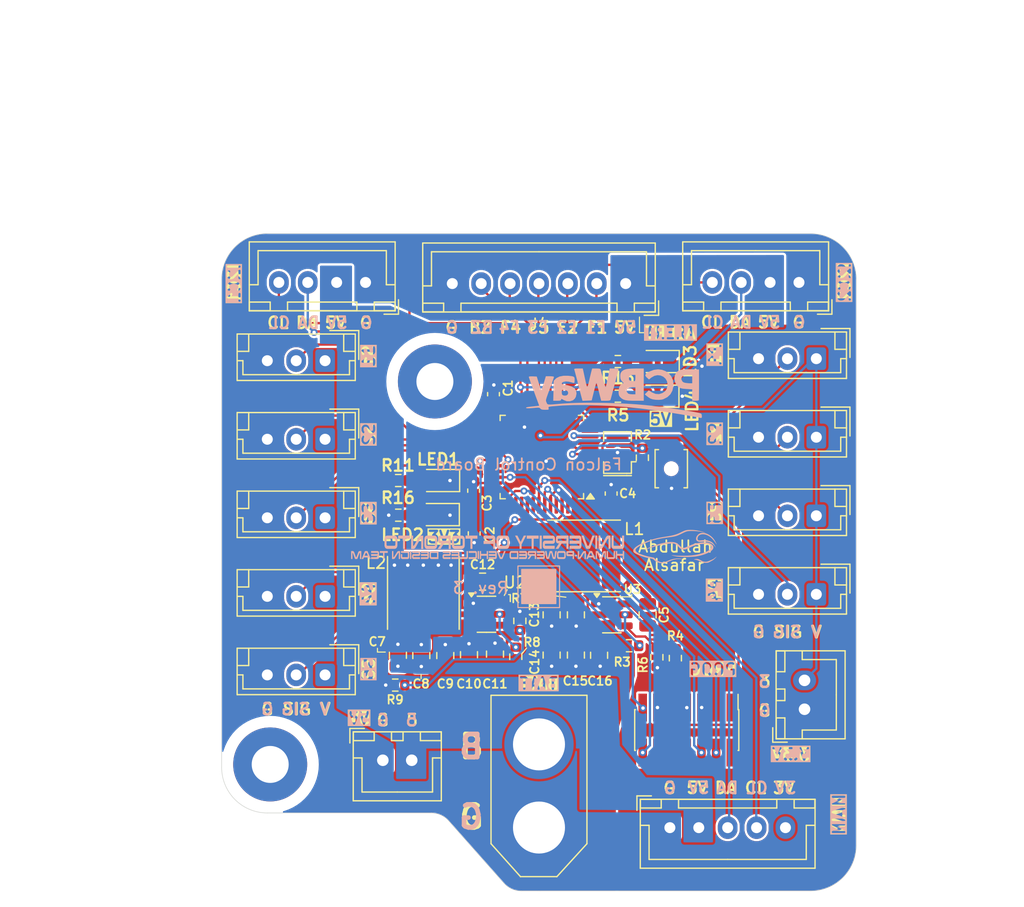
<source format=kicad_pcb>
(kicad_pcb (version 20241229) (generator "pcbnew") (generator_version "9.0")
  (title_block (title "Falcon Control MAIN") (date "2024-02-15") (rev "3") (company "Human Powered Vehicles Design Team @ UOFT") (comment 1 "Supervised by Savo Bajic") (comment 2 "Designed by Abdullah Alsafar"))
  (layers (0 "F.Cu" signal) (2 "B.Cu" signal) (13 "F.Paste" user) (15 "B.Paste" user) (5 "F.SilkS" user "F.Silkscreen") (7 "B.SilkS" user "B.Silkscreen") (1 "F.Mask" user) (3 "B.Mask" user) (25 "Edge.Cuts" user))
  (net 0 "")
  (net 1 "GND")
  (net 2 "+5V")
  (net 3 "+3.3V")
  (net 4 "Net-(U3-SW)")
  (net 5 "BUZ")
  (net 6 "Net-(U3-VBST)")
  (net 7 "SDA_{TOCTRL}")
  (net 8 "LED_{FIELD1}")
  (net 9 "SCL_{TOCTRL}")
  (net 11 "Net-(U3-VFB)")
  (net 12 "Net-(U3-EN)")
  (net 13 "LED_{FIELD2}")
  (net 14 "SER5")
  (net 15 "LED_{FIELD3}")
  (net 16 "Net-(LED2-A)")
  (net 17 "POT1")
  (net 18 "POT2")
  (net 19 "POT3")
  (net 20 "POT4")
  (net 21 "SER1")
  (net 22 "SER2")
  (net 23 "SER3")
  (net 24 "SER4")
  (net 25 "LED_{FIELD4}")
  (net 26 "+BATT")
  (net 27 "Net-(U2-SW)")
  (net 28 "Net-(U2-VBST)")
  (net 29 "Net-(U2-VFB)")
  (net 30 "Net-(U2-EN)")
  (net 35 "Net-(U1-PD0)")
  (net 36 "Net-(U1-PD1)")
  (net 37 "Net-(LED1-A)")
  (net 38 "Net-(LED3-A)")
  (net 39 "Net-(LED4-A)")
  (net 40 "RX1")
  (net 43 "TX1")
  (net 46 "SCL_{TOMAIN}")
  (net 47 "SDA_{TOMAIN}")
  (net 49 "LED1")
  (net 50 "/SWDIO")
  (net 51 "/SWCLK")
  (net 52 "LED3")
  (net 56 "/~{RST}")
  (footprint "Connector_JST:JST_EH_B3B-EH-A_1x03_P2.50mm_Vertical" (layer "F.Cu") (at 122.1 78.9 180)
    (property "Reference" "S3")
    (property "Value" "Conn_01x03_Pin")
  )
  (footprint "Connector_JST:JST_EH_B3B-EH-A_1x03_P2.50mm_Vertical" (layer "F.Cu") (at 122.1 72.1 180)
    (property "Reference" "S2")
    (property "Value" "Conn_01x03_Pin")
  )
  (footprint "Package_TO_SOT_SMD:TSOT-23-6" (layer "F.Cu") (at 146.9125 87.3)
    (property "Reference" "U3")
    (property "Value" "~")
  )
  (footprint "Capacitor_SMD:C_0603_1608Metric" (layer "F.Cu") (at 135 80.25 90)
    (property "Reference" "C2")
    (property "Value" "100n")
  )
  (footprint "Connector_JST:JST_EH_B3B-EH-A_1x03_P2.50mm_Vertical" (layer "F.Cu") (at 122.1 65.3 180)
    (property "Reference" "S1")
    (property "Value" "Conn_01x03_Pin")
  )
  (footprint "Capacitor_SMD:C_0603_1608Metric" (layer "F.Cu") (at 134.95 76.55 -90)
    (property "Reference" "C3")
    (property "Value" "100n")
  )
  (footprint "Connector_JST:JST_XH_B7B-XH-A_1x07_P2.50mm_Vertical" (layer "F.Cu") (at 148.105 58.623268 180)
    (property "Reference" "J4")
    (property "Value" "Conn_01x07_Pin")
  )
  (footprint "Connector_JST:JST_EH_B3B-EH-A_1x03_P2.50mm_Vertical" (layer "F.Cu") (at 164.6 78.725 180)
    (property "Reference" "P3")
    (property "Value" "Conn_01x03_Pin")
  )
  (footprint "Resistor_SMD:R_0603_1608Metric" (layer "F.Cu") (at 128.435 78.673268 180)
    (property "Reference" "R16")
    (property "Value" "420")
  )
  (footprint "Capacitor_SMD:C_0805_2012Metric" (layer "F.Cu") (at 136.8 90.7 90)
    (property "Reference" "C11")
    (property "Value" "22uF")
  )
  (footprint "Connector_JST:JST_EH_B3B-EH-A_1x03_P2.50mm_Vertical" (layer "F.Cu") (at 122.1 92.5 180)
    (property "Reference" "S5")
    (property "Value" "Conn_01x03_Pin")
  )
  (footprint "Capacitor_SMD:C_0805_2012Metric" (layer "F.Cu") (at 141.7 90.782682 -90)
    (property "Reference" "C14")
    (property "Value" "22uF")
  )
  (footprint "Resistor_SMD:R_0603_1608Metric" (layer "F.Cu") (at 150.805 90.973268 90)
    (property "Reference" "R6")
    (property "Value" "10k")
  )
  (footprint "Connector_JST:JST_XH_B5B-XH-A_1x05_P2.50mm_Vertical" (layer "F.Cu") (at 151.93 105.723268)
    (property "Reference" "ISC3" (hide yes))
    (property "Value" "MAIN")
  )
  (footprint "Inductor_SMD:L_Taiyo-Yuden_NR-60xx" (layer "F.Cu") (at 130.6 85.4 -90)
    (property "Reference" "L2")
    (property "Value" "3.3uH")
  )
  (footprint "Package_QFP:LQFP-48_7x7mm_P0.5mm" (layer "F.Cu") (at 140.8525 73.64 180)
    (property "Reference" "U1" (hide yes))
    (property "Value" "STM32F103C8Tx")
  )
  (footprint "LED_SMD:LED_0805_2012Metric_Pad1.15x1.40mm_HandSolder" (layer "F.Cu") (at 150.855 68.373268 180)
    (property "Reference" "LED4")
    (property "Value" "LED1")
  )
  (footprint "Inductor_SMD:L_Taiyo-Yuden_NR-60xx" (layer "F.Cu") (at 144.5 82.2)
    (property "Reference" "L1")
    (property "Value" "3.3uH")
  )
  (footprint "Resistor_SMD:R_0603_1608Metric" (layer "F.Cu") (at 128.170323 93.381145)
    (property "Reference" "R9")
    (property "Value" "54.9k")
  )
  (footprint "Connector_JST:JST_XH_B2B-XH-A_1x02_P2.50mm_Vertical" (layer "F.Cu") (at 163.58 95.473268 90)
    (property "Reference" "J1" (hide yes))
    (property "Value" "Conn_01x02_Pin")
  )
  (footprint "Connector_JST:JST_EH_B3B-EH-A_1x03_P2.50mm_Vertical" (layer "F.Cu") (at 122.1 85.7 180)
    (property "Reference" "S4")
    (property "Value" "Conn_01x03_Pin")
  )
  (footprint "Connector_AMASS:AMASS_XT60-M_1x02_P7.20mm_Vertical" (layer "F.Cu") (at 140.605 105.713268 90)
    (property "Reference" "Battery1" (hide yes))
    (property "Value" "Conn_01x02_Socket")
  )
  (footprint "Resistor_SMD:R_0603_1608Metric" (layer "F.Cu") (at 147.43 68.373268 180)
    (property "Reference" "R5")
    (property "Value" "420")
  )
  (footprint "LED_SMD:LED_0805_2012Metric_Pad1.15x1.40mm_HandSolder" (layer "F.Cu") (at 131.88 75.673268 180)
    (property "Reference" "LED1")
    (property "Value" "LED1")
  )
  (footprint "Connector_JST:JST_EH_B3B-EH-A_1x03_P2.50mm_Vertical" (layer "F.Cu") (at 164.6 71.925 180)
    (property "Reference" "P2")
    (property "Value" "Conn_01x03_Pin")
  )
  (footprint "Resistor_SMD:R_0603_1608Metric" (layer "F.Cu") (at 138.95 87.825 -90)
    (property "Reference" "R7")
    (property "Value" "10k")
  )
  (footprint "Connector_JST:JST_EH_B3B-EH-A_1x03_P2.50mm_Vertical" (layer "F.Cu") (at 164.6 85.525 180)
    (property "Reference" "P4")
    (property "Value" "Conn_01x03_Pin")
  )
  (footprint "Capacitor_SMD:C_0805_2012Metric" (layer "F.Cu") (at 143.8 90.782682 -90)
    (property "Reference" "C15")
    (property "Value" "22uF")
  )
  (footprint "Connector_JST:JST_XH_B4B-XH-A_1x04_P2.50mm_Vertical" (layer "F.Cu") (at 125.6 58.525 180)
    (property "Reference" "I2C1")
    (property "Value" "FS2")
  )
  (footprint "Connector_JST:JST_XH_B2B-XH-A_1x02_P2.50mm_Vertical" (layer "F.Cu") (at 127.095 99.888268)
    (property "Reference" "J3" (hide yes))
    (property "Value" "Conn_01x02_Pin")
  )
  (footprint "Capacitor_SMD:C_0603_1608Metric" (layer "F.Cu") (at 136.67 68.198217 -90)
    (property "Reference" "C1")
    (property "Value" "100n")
  )
  (footprint "Resistor_SMD:R_0603_1608Metric" (layer "F.Cu") (at 128.43 75.673268 180)
    (property "Reference" "R11")
    (property "Value" "420")
  )
  (footprint "MountingHole:MountingHole_3.2mm_M3_Pad" (layer "F.Cu") (at 117.35 100.25)
    (property "Reference" "REF**" (hide yes))
    (property "Value" "MountingHole_3.2mm_M3_Pad")
  )
  (footprint "Resistor_SMD:R_0603_1608Metric" (layer "F.Cu") (at 138.6 90.925 -90)
    (property "Reference" "R8")
    (property "Value" "10k")
  )
  (footprint "Capacitor_SMD:C_0805_2012Metric" (layer "F.Cu") (at 145.805 90.8 -90)
    (property "Reference" "C16")
    (property "Value" "22uF")
  )
  (footprint "Connector_JST:JST_XH_B4B-XH-A_1x04_P2.50mm_Vertical" (layer "F.Cu") (at 163.1 58.525 180)
    (property "Reference" "I2C2")
    (property "Value" "FS1")
  )
  (footprint "Resistor_SMD:R_0603_1608Metric" (layer "F.Cu") (at 152.405 91.05 90)
    (property "Reference" "R4")
    (property "Value" "33.2k	")
  )
  (footprint "Capacitor_SMD:C_0805_2012Metric" (layer "F.Cu") (at 141.7 87.3 90)
    (property "Reference" "C13")
    (property "Value" "22uF")
  )
  (footprint "Capacitor_SMD:C_0805_2012Metric" (layer "F.Cu") (at 132.5 90.825 90)
    (property "Reference" "C9")
    (property "Value" "22uF")
  )
  (footprint "Capacitor_SMD:C_0805_2012Metric" (layer "F.Cu") (at 143.8 87.3 90)
    (property "Reference" "C6")
    (property "Value" "22uF")
  )
  (footprint "Capacitor_SMD:C_0805_2012Metric" (layer "F.Cu") (at 135.725 84.425)
    (property "Reference" "C12")
    (property "Value" "0.1uF")
  )
  (footprint "Connector_JST:JST_EH_B3B-EH-A_1x03_P2.50mm_Vertical" (layer "F.Cu") (at 164.6 65.125 180)
    (property "Reference" "P1")
    (property "Value" "Conn_01x03_Pin")
  )
  (footprint "Resistor_SMD:R_0603_1608Metric" (layer "F.Cu") (at 149.55 73.7 90)
    (property "Reference" "R2")
    (property "Value" "10k")
  )
  (footprint "Button_Switch_SMD:SW_SPST_B3U-1000P-B" (layer "F.Cu") (at 152.05 74.65 90)
    (property "Reference" "SW2" (hide yes))
    (property "Value" "SW_Push")
  )
  (footprint "Capacitor_SMD:C_0603_1608Metric" (layer "F.Cu") (at 146.85 76.8 90)
    (property "Reference" "C4")
    (property "Value" "100n")
  )
  (footprint "LED_SMD:LED_0805_2012Metric_Pad1.15x1.40mm_HandSolder" (layer "F.Cu") (at 150.88 65.373268 180)
    (property "Reference" "LED3")
    (property "Value" "LED1")
  )
  (footprint "Capacitor_SMD:C_0805_2012Metric" (layer "F.Cu") (at 134.55 90.75 90)
    (property "Reference" "C10")
    (property "Value" "22uF")
  )
  (footprint "Resistor_SMD:R_0603_1608Metric" (layer "F.Cu") (at 148.405 89.973268 180)
    (property "Reference" "R3")
    (property "Value" "10k")
  )
  (footprint "Capacitor_SMD:C_0805_2012Metric" (layer "F.Cu") (at 150.005 87.3 -90)
    (property "Reference" "C5")
    (property "Value" "0.1uF")
  )
  (footprint "Resistor_SMD:R_0603_1608Metric" (layer "F.Cu") (at 147.43 65.373268 180)
    (property "Reference" "R15")
    (property "Value" "420")
  )
  (footprint "Capacitor_SMD:C_0805_2012Metric" (layer "F.Cu") (at 130.425 90.825 90)
    (property "Reference" "C8")
    (property "Value" "22uF")
  )
  (footprint "MountingHole:MountingHole_3.2mm_M3_Pad" (layer "F.Cu") (at 131.6 67.1)
    (property "Reference" "REF**" (hide yes))
    (property "Value" "MountingHole_3.2mm_M3_Pad")
  )
  (footprint "LED_SMD:LED_0805_2012Metric_Pad1.15x1.40mm_HandSolder" (layer "F.Cu") (at 131.855 78.623268 180)
    (property "Reference" "LED2")
    (property "Value" "LED1")
  )
  (footprint "Connector_PinHeader_1.27mm:PinHeader_2x07_P1.27mm_Vertical_SMD" (layer "F.Cu") (at 153.39 97.273268 -90)
    (property "Reference" "J5" (hide yes))
    (property "Value" "Conn_ST_STDC14")
  )
  (footprint "Crystal:Resonator_SMD_Murata_CSTxExxV-3Pin_3.0x1.1mm" (layer "F.Cu") (at 147.4 73.25 90)
    (property "Reference" "Y1" (hide yes))
    (property "Value" "8Mhz")
  )
  (footprint "Capacitor_SMD:C_0805_2012Metric" (layer "F.Cu") (at 128.4 90.8 90)
    (property "Reference" "C7")
    (property "Value" "22uF")
  )
  (footprint "Package_TO_SOT_SMD:TSOT-23-6" (layer "F.Cu") (at 136.0625 87.25)
    (property "Reference" "U2")
    (property "Value" "~")
  )
  (footprint "Symbol:HPVDT-Logo_1526.1x139.6mm_SilkScreen" (layer "B.Cu") (at 140.215 81.403268 180)
    (property "Reference" "G***" (hide yes))
    (property "Value" "LOGO" (hide yes))
  )
  (footprint "Symbol:PCBWAY-Logo_23.7x23.7mm_SilkScreen" (layer "B.Cu") (at 147.105 68.173268 180)
    (property "Reference" "G***" (hide yes))
    (property "Value" "LOGO" (hide yes))
  )
  (gr_line (start 130.405 92.448268) (end 130.405 92.823268) (stroke (width 0.1)) (layer "F.SilkS"))
  (gr_line (start 126.63 90.523268) (end 127.305 90.523268) (stroke (width 0.1)) (layer "F.SilkS"))
  (gr_line (start 147.7125 85.74) (end 148.625153 85.74) (stroke (width 0.1)) (layer "F.SilkS"))
  (gr_line (start 149.3 62.875) (end 149.3 61.525) (stroke (width 0.1)) (layer "F.SilkS"))
  (gr_line (start 126.63 90.198268) (end 126.63 90.523268) (stroke (width 0.1)) (layer "F.SilkS"))
  (gr_line (start 137.975 85.55) (end 138.125 85.55) (stroke (width 0.1)) (layer "F.SilkS"))
  (gr_line (start 148.625153 85.74) (end 148.625 85.533268) (stroke (width 0.1)) (layer "F.SilkS"))
  (gr_line (start 137.855 85.123268) (end 137.605 85.623268) (stroke (width 0.1)) (layer "F.SilkS"))
  (gr_line (start 140.48 85.473268) (end 142.93 85.773268) (stroke (width 0.1)) (layer "F.SilkS"))
  (gr_line (start 139.1225 90.687742) (end 139.53 90.173268) (stroke (width 0.1)) (layer "F.SilkS"))
  (gr_line (start 138.125 86.15) (end 138.125 85.55) (stroke (width 0.1)) (layer "F.SilkS"))
  (gr_line (start 149.875 62.875) (end 149.3 62.875) (stroke (width 0.1)) (layer "F.SilkS"))
  (gr_line (start 138.125 85.55) (end 138.125 86.15) (stroke (width 0.1)) (layer "F.SilkS"))
  (gr_rect (start 139.11 83.373268) (end 142.06 86.323268) (stroke (width 0.1)) (fill yes) (layer "B.SilkS"))
  (gr_rect (start 138.785 83.073268) (end 142.385 86.673268) (stroke (width 0.1)) (fill no) (layer "B.SilkS"))
  (gr_line (start 132.788568 105.12357) (end 137.578313 110.528728) (stroke (width 0.05)) (layer "Edge.Cuts"))
  (gr_line (start 164.105 111.2) (end 140.605 111.2) (stroke (width 0.05)) (layer "Edge.Cuts"))
  (gr_line (start 113.15 58.243072) (end 113.15 100.5) (stroke (width 0.05)) (layer "Edge.Cuts"))
  (gr_arc (start 139.073132 111.2) (mid 138.25382 111.02448) (end 137.578313 110.528728) (stroke (width 0.05)) (layer "Edge.Cuts"))
  (gr_line (start 168.055 107.25) (end 168.055 58.25) (stroke (width 0.05)) (layer "Edge.Cuts"))
  (gr_arc (start 117.1 104.45) (mid 114.306928 103.293072) (end 113.15 100.5) (stroke (width 0.05)) (layer "Edge.Cuts"))
  (gr_arc (start 164.11 54.3) (mid 166.903072 55.456928) (end 168.06 58.25) (stroke (width 0.05)) (layer "Edge.Cuts"))
  (gr_arc (start 168.055 107.25) (mid 166.898072 110.043072) (end 164.105 111.2) (stroke (width 0.05)) (layer "Edge.Cuts"))
  (gr_arc (start 131.291711 104.45) (mid 132.112424 104.62615) (end 132.788568 105.12357) (stroke (width 0.05)) (layer "Edge.Cuts"))
  (gr_arc (start 113.15 58.243072) (mid 114.306928 55.45) (end 117.1 54.293072) (stroke (width 0.05)) (layer "Edge.Cuts"))
  (gr_line (start 139.073132 111.2) (end 140.605 111.2) (stroke (width 0.05)) (layer "Edge.Cuts"))
  (gr_line (start 117.1 104.45) (end 131.291711 104.45) (stroke (width 0.05)) (layer "Edge.Cuts"))
  (gr_line (start 164.11 54.3) (end 117.1 54.3) (stroke (width 0.05)) (layer "Edge.Cuts"))
  (gr_text "5" (at 129.025 97.003268 0) (layer "F.SilkS") (effects (font (size 1 1) (thickness 0.2) (bold yes)) (justify left bottom)))
  (gr_text "3V3" (at 132.405 80.573268 0) (layer "F.SilkS" knockout) (effects (font (size 1 1) (thickness 0.2) (bold yes))))
  (gr_text "G" (at 116.47 96.051634 0) (layer "F.SilkS") (effects (font (size 1 1) (thickness 0.2) (bold yes)) (justify left bottom)))
  (gr_text "MAIN" (at 167.155 106.473268 90) (layer "F.SilkS" knockout) (effects (font (size 1 1) (thickness 0.2) (bold yes)) (justify left bottom)))
  (gr_text "CL" (at 158.305 102.870768 0) (layer "F.SilkS") (effects (font (size 1 1) (thickness 0.2) (bold yes)) (justify left bottom)))
  (gr_text "3" (at 159.555 93.663268 0) (layer "F.SilkS") (effects (font (size 1 1) (thickness 0.2) (bold yes)) (justify left bottom)))
  (gr_text "PROG" (at 153.465 92.613268 0) (layer "F.SilkS" knockout) (effects (font (size 1 1) (thickness 0.2) (bold yes)) (justify left bottom)))
  (gr_text "DA" (at 155.705 102.868268 0) (layer "F.SilkS") (effects (font (size 1 1) (thickness 0.2) (bold yes)) (justify left bottom)))
  (gr_text "5V" (at 146.965476 63.013268 0) (layer "F.SilkS") (effects (font (size 1 1) (thickness 0.2) (bold yes)) (justify left bottom)))
  (gr_text "V" (at 121.575 96.05 0) (layer "F.SilkS") (effects (font (size 1 1) (thickness 0.2) (bold yes)) (justify left bottom)))
  (gr_text "Alsafar" (at 149.595 83.573268 0) (layer "F.SilkS") (effects (font (size 1 1)) (justify left bottom)))
  (gr_text "V" (at 164.075 89.373268 0) (layer "F.SilkS") (effects (font (size 1 1) (thickness 0.2) (bold yes)) (justify left bottom)))
  (gr_text "CL" (at 116.978268 62.603268 0) (layer "F.SilkS") (effects (font (size 1 1) (thickness 0.2) (bold yes)) (justify left bottom)))
  (gr_text "CL" (at 154.501191 62.563268 0) (layer "F.SilkS") (effects (font (size 1 1) (thickness 0.2) (bold yes)) (justify left bottom)))
  (gr_text "5V" (at 153.255 102.858268 0) (layer "F.SilkS") (effects (font (size 1 1) (thickness 0.2) (bold yes)) (justify left bottom)))
  (gr_text "G" (at 158.97 89.366536 0) (layer "F.SilkS") (effects (font (size 1 1) (thickness 0.2) (bold yes)) (justify left bottom)))
  (gr_text "F3" (at 139.565 63.013268 0) (layer "F.SilkS") (effects (font (size 1 1) (thickness 0.2) (bold yes)) (justify left bottom)))
  (gr_text "F4" (at 137.115 63.013268 0) (layer "F.SilkS") (effects (font (size 1 1) (thickness 0.2) (bold yes)) (justify left bottom)))
  (gr_text "SIG" (at 118.32 96.051634 0) (layer "F.SilkS") (effects (font (size 1 1) (thickness 0.2) (bold yes)) (justify left bottom)))
  (gr_text "5V" (at 159.415 62.563268 0) (layer "F.SilkS") (effects (font (size 1 1) (thickness 0.2) (bold yes)) (justify left bottom)))
  (gr_text "G" (at 151.255 102.873268 0) (layer "F.SilkS") (effects (font (size 1 1) (thickness 0.2) (bold yes)) (justify left bottom)))
  (gr_text "G" (at 159.4925 96.173268 0) (layer "F.SilkS") (effects (font (size 1 1) (thickness 0.2) (bold yes)) (justify left bottom)))
  (gr_text "5V" (at 121.962618 62.603268 0) (layer "F.SilkS") (effects (font (size 1 1) (thickness 0.2) (bold yes)) (justify left bottom)))
  (gr_text "F2" (at 142.065 63.013268 0) (layer "F.SilkS") (effects (font (size 1 1) (thickness 0.2) (bold yes)) (justify left bottom)))
  (gr_text "DA" (at 119.465 62.603268 0) (layer "F.SilkS") (effects (font (size 1 1) (thickness 0.2) (bold yes)) (justify left bottom)))
  (gr_text "G" (at 126.46 97.003268 0) (layer "F.SilkS") (effects (font (size 1 1) (thickness 0.2) (bold yes)) (justify left bottom)))
  (gr_text "3.3V" (at 160.605 99.973268 0) (layer "F.SilkS" knockout) (effects (font (size 1 1) (thickness 0.2) (bold yes)) (justify left bottom)))
  (gr_text "BZ" (at 134.432619 63.013268 0) (layer "F.SilkS") (effects (font (size 1 1) (thickness 0.2) (bold yes)) (justify left bottom)))
  (gr_text "ALERT" (at 151.975 62.903268 -0) (layer "F.SilkS" knockout) (effects (font (size 1 1) (thickness 0.2) (bold yes))))
  (gr_text "5V" (at 151.105 70.373268 0) (layer "F.SilkS" knockout) (effects (font (size 1 1) (thickness 0.2) (bold yes))))
  (gr_text "G" (at 162.431191 62.563268 0) (layer "F.SilkS") (effects (font (size 1 1) (thickness 0.2) (bold yes)) (justify left bottom)))
  (gr_text "G" (at 124.978809 62.603268 0) (layer "F.SilkS") (effects (font (size 1 1) (thickness 0.2) (bold yes)) (justify left bottom)))
  (gr_text "G" (at 132.395 63.013268 0) (layer "F.SilkS") (effects (font (size 1 1) (thickness 0.2) (bold yes)) (justify left bottom)))
  (gr_text "DA" (at 156.917382 62.563268 0) (layer "F.SilkS") (effects (font (size 1 1) (thickness 0.2) (bold yes)) (justify left bottom)))
  (gr_text "3V" (at 160.745 102.873268 0) (layer "F.SilkS") (effects (font (size 1 1) (thickness 0.2) (bold yes)) (justify left bottom)))
  (gr_text "Abdullah" (at 149.095 81.973268 0) (layer "F.SilkS") (effects (font (size 1 1)) (justify left bottom)))
  (gr_text "5V" (at 123.955 96.843268 0) (layer "F.SilkS" knockout) (effects (font (size 1 1) (thickness 0.2) (bold yes)) (justify left bottom)))
  (gr_text "G" (at 133.505 105.973268 0) (layer "F.SilkS") (effects (font (size 2 2) (thickness 0.4) (bold yes)) (justify left bottom)))
  (gr_text "B" (at 133.505 99.873268 0) (layer "F.SilkS") (effects (font (size 2 2) (thickness 0.4) (bold yes)) (justify left bottom)))
  (gr_text "BATT" (at 138.675 93.833268 0) (layer "F.SilkS" knockout) (effects (font (size 1 1) (thickness 0.2) (bold yes)) (justify left bottom)))
  (gr_text "SIG" (at 160.82 89.371536 0) (layer "F.SilkS") (effects (font (size 1 1) (thickness 0.2) (bold yes)) (justify left bottom)))
  (gr_text "F1" (at 144.585 63.013268 0) (layer "F.SilkS") (effects (font (size 1 1) (thickness 0.2) (bold yes)) (justify left bottom)))
  (gr_text "G" (at 160.245 89.366536 0) (layer "B.SilkS") (effects (font (size 1 1) (thickness 0.2) (bold yes)) (justify left bottom mirror)))
  (gr_text "ALERT" (at 151.975 62.903268 0) (layer "B.SilkS" knockout) (effects (font (size 1 1) (thickness 0.2) (bold yes)) (justify mirror)))
  (gr_text "Rev. ${REVISION}" (at 133.055 84.973268 -0) (layer "B.SilkS") (effects (font (size 1 1)) (justify right mirror)))
  (gr_text "Falcon" (at 145.305 74.873268 0) (layer "B.SilkS") (effects (font (size 1 1)) (justify bottom mirror)))
  (gr_text "G" (at 117.745 96.051634 0) (layer "B.SilkS") (effects (font (size 1 1) (thickness 0.2) (bold yes)) (justify left bottom mirror)))
  (gr_text "SIG" (at 163.395 89.371536 0) (layer "B.SilkS") (effects (font (size 1 1) (thickness 0.2) (bold yes)) (justify left bottom mirror)))
  (gr_text "F1" (at 146.545 63.013268 0) (layer "B.SilkS") (effects (font (size 1 1) (thickness 0.2) (bold yes)) (justify left bottom mirror)))
  (gr_text "3V" (at 162.954524 102.873268 0) (layer "B.SilkS") (effects (font (size 1 1) (thickness 0.2) (bold yes)) (justify left bottom mirror)))
  (gr_text "DA" (at 121.722143 62.603268 0) (layer "B.SilkS") (effects (font (size 1 1) (thickness 0.2) (bold yes)) (justify left bottom mirror)))
  (gr_text "V" (at 165.13 89.376536 0) (layer "B.SilkS") (effects (font (size 1 1) (thickness 0.2) (bold yes)) (justify left bottom mirror)))
  (gr_text "S5" (at 125.895 92 90) (layer "B.SilkS" knockout) (effects (font (size 1 1) (thickness 0.2) (bold yes)) (justify mirror)))
  (gr_text "DA" (at 159.174525 62.563268 0) (layer "B.SilkS") (effects (font (size 1 1) (thickness 0.2) (bold yes)) (justify left bottom mirror)))
  (gr_text "PROG" (at 157.825 92.613268 0) (layer "B.SilkS" knockout) (effects (font (size 1 1) (thickness 0.2) (bold yes)) (justify left bottom mirror)))
  (gr_text "3.3V" (at 164.15 99.971536 0) (layer "B.SilkS" knockout) (effects (font (size 1 1) (thickness 0.2) (bold yes)) (justify left bottom mirror)))
  (gr_text "F2" (at 144.025 63.013268 0) (layer "B.SilkS") (effects (font (size 1 1) (thickness 0.2) (bold yes)) (justify left bottom mirror)))
  (gr_text "BZ" (at 136.785 63.013268 0) (layer "B.SilkS") (effects (font (size 1 1) (thickness 0.2) (bold yes)) (justify left bottom mirror)))
  (gr_text "5V" (at 124.172142 62.603268 0) (layer "B.SilkS") (effects (font (size 1 1) (thickness 0.2) (bold yes)) (justify left bottom mirror)))
  (gr_text "CL" (at 119.195 62.603268 0) (layer "B.SilkS") (effects (font (size 1 1) (thickness 0.2) (bold yes)) (justify left bottom mirror)))
  (gr_text "B" (at 136.005 99.873268 0) (layer "B.SilkS") (effects (font (size 2 2) (thickness 0.4) (bold yes)) (justify left bottom mirror)))
  (gr_text "SIG" (at 120.895 96.051634 0) (layer "B.SilkS") (effects (font (size 1 1) (thickness 0.2) (bold yes)) (justify left bottom mirror)))
  (gr_text "DA" (at 157.962143 102.868268 0) (layer "B.SilkS") (effects (font (size 1 1) (thickness 0.2) (bold yes)) (justify left bottom mirror)))
  (gr_text "G" (at 152.591732 102.873268 0) (layer "B.SilkS") (effects (font (size 1 1) (thickness 0.2) (bold yes)) (justify left bottom mirror)))
  (gr_text "G" (at 163.767923 62.563268 0) (layer "B.SilkS") (effects (font (size 1 1) (thickness 0.2) (bold yes)) (justify left bottom mirror)))
  (gr_text "I2C1" (at 114.245 58.603268 90) (layer "B.SilkS" knockout) (effects (font (size 1 1) (thickness 0.2) (bold yes)) (justify mirror)))
  (gr_text "G" (at 126.315541 62.603268 0) (layer "B.SilkS") (effects (font (size 1 1) (thickness 0.2) (bold yes)) (justify left bottom mirror)))
  (gr_text "G" (at 133.731732 63.013268 0) (layer "B.SilkS") (effects (font (size 1 1) (thickness 0.2) (bold yes)) (justify left bottom mirror)))
  (gr_text "5V" (at 155.464524 102.858268 0) (layer "B.SilkS") (effects (font (size 1 1) (thickness 0.2) (bold yes)) (justify left bottom mirror)))
  (gr_text "G" (at 127.735 97.003268 0) (layer "B.SilkS") (effects (font (size 1 1) (thickness 0.2) (bold yes)) (justify left bottom mirror)))
  (gr_text "I2C2" (at 167.045 58.503268 90) (layer "B.SilkS" knockout) (effects (font (size 1 1) (thickness 0.2) (bold yes)) (justify mirror)))
  (gr_text "BATT" (at 142.465 93.833268 -0) (layer "B.SilkS" knockout) (effects (font (size 1 1) (thickness 0.2) (bold yes)) (justify left bottom mirror)))
  (gr_text "3" (at 160.705 93.663268 0) (layer "B.SilkS") (effects (font (size 1 1) (thickness 0.2) (bold yes)) (justify left bottom mirror)))
  (gr_text "5V" (at 161.624524 62.563268 0) (layer "B.SilkS") (effects (font (size 1 1) (thickness 0.2) (bold yes)) (justify left bottom mirror)))
  (gr_text "MAIN" (at 167.155 102.674459 90) (layer "B.SilkS" knockout) (effects (font (size 1 1) (thickness 0.2) (bold yes)) (justify left bottom mirror)))
  (gr_text "P2" (at 155.85 71.603268 90) (layer "B.SilkS" knockout) (effects (font (size 1 1) (thickness 0.2) (bold yes)) (justify mirror)))
  (gr_text "S4" (at 125.895 85.463268 90) (layer "B.SilkS" knockout) (effects (font (size 1 1) (thickness 0.2) (bold yes)) (justify mirror)))
  (gr_text "V" (at 122.63 96.053268 0) (layer "B.SilkS") (effects (font (size 1 1) (thickness 0.2) (bold yes)) (justify left bottom mirror)))
  (gr_text "5" (at 130.175 97.003268 0) (layer "B.SilkS") (effects (font (size 1 1) (thickness 0.2) (bold yes)) (justify left bottom mirror)))
  (gr_text "CL" (at 160.521732 102.870768 0) (layer "B.SilkS") (effects (font (size 1 1) (thickness 0.2) (bold yes)) (justify left bottom mirror)))
  (gr_text "S2" (at 125.895 71.683268 90) (layer "B.SilkS" knockout) (effects (font (size 1 1) (thickness 0.2) (bold yes)) (justify mirror)))
  (gr_text "G" (at 160.7675 96.173268 0) (layer "B.SilkS") (effects (font (size 1 1) (thickness 0.2) (bold yes)) (justify left bottom mirror)))
  (gr_text "F3" (at 141.525 63.013268 0) (layer "B.SilkS") (effects (font (size 1 1) (thickness 0.2) (bold yes)) (justify left bottom mirror)))
  (gr_text "S1" (at 125.895 64.9 90) (layer "B.SilkS" knockout) (effects (font (size 1 1) (thickness 0.2) (bold yes)) (justify mirror)))
  (gr_text "P4" (at 155.85 85.113268 90) (layer "B.SilkS" knockout) (effects (font (size 1 1) (thickness 0.2) (bold yes)) (justify mirror)))
  (gr_text "P3" (at 155.85 78.453268 90) (layer "B.SilkS" knockout) (effects (font (size 1 1) (thickness 0.2) (bold yes)) (justify mirror)))
  (gr_text "CL" (at 156.717923 62.563268 0) (layer "B.SilkS") (effects (font (size 1 1) (thickness 0.2) (bold yes)) (justify left bottom mirror)))
  (gr_text "5V" (at 149.175 63.013268 0) (layer "B.SilkS") (effects (font (size 1 1) (thickness 0.2) (bold yes)) (justify left bottom mirror)))
  (gr_text "5V" (at 126.125 96.843268 -0) (layer "B.SilkS" knockout) (effects (font (size 1 1) (thickness 0.2) (bold yes)) (justify left bottom mirror)))
  (gr_text "S3" (at 125.895 78.5 90) (layer "B.SilkS" knockout) (effects (font (size 1 1) (thickness 0.2) (bold yes)) (justify mirror)))
  (gr_text "P1" (at 155.85 64.753268 90) (layer "B.SilkS" knockout) (effects (font (size 1 1) (thickness 0.2) (bold yes)) (justify mirror)))
  (gr_text "Control Board" (at 136.905 74.873268 0) (layer "B.SilkS") (effects (font (size 1 1)) (justify bottom mirror)))
  (gr_text "G" (at 136.005 105.973268 0) (layer "B.SilkS") (effects (font (size 2 2) (thickness 0.4) (bold yes)) (justify left bottom mirror)))
  (gr_text "F4" (at 139.075 63.013268 0) (layer "B.SilkS") (effects (font (size 1 1) (thickness 0.2) (bold yes)) (justify left bottom mirror)))
  (segment (start 152.985 68.353268) (end 153.005 68.373268) (width 0.2) (layer "F.Cu") (net 1))
  (segment (start 143.1025 77.03259) (end 143.1025 77.8025) (width 0.2) (layer "F.Cu") (net 1))
  (segment (start 141.699101 74.000899) (end 142.9 72.8) (width 0.2) (layer "F.Cu") (net 1))
  (segment (start 142.305 76.5) (end 142.13509 76.5) (width 0.2) (layer "F.Cu") (net 1))
  (segment (start 140.1 70.3) (end 140.1 69.475) (width 0.2) (layer "F.Cu") (net 1))
  (segment (start 142.305 76.5) (end 142.56991 76.5) (width 0.2) (layer "F.Cu") (net 1))
  (segment (start 138.6 70.3) (end 138.6 69.475) (width 0.2) (layer "F.Cu") (net 1))
  (segment (start 141.6025 77.03259) (end 141.6025 77.8025) (width 0.2) (layer "F.Cu") (net 1))
  (segment (start 142.56991 76.5) (end 143.1025 77.03259) (width 0.2) (layer "F.Cu") (net 1))
  (segment (start 136.69 75.89) (end 135.065 75.89) (width 0.2) (layer "F.Cu") (net 1))
  (segment (start 135 81.025) (end 135 81.05) (width 0.2) (layer "F.Cu") (net 1))
  (segment (start 151.915 68.353268) (end 152.985 68.353268) (width 0.2) (layer "F.Cu") (net 1))
  (segment (start 143.838529 72.89) (end 145.015 72.89) (width 0.2) (layer "F.Cu") (net 1))
  (segment (start 142.13509 76.5) (end 141.6025 77.03259) (width 0.2) (layer "F.Cu") (net 1))
  (segment (start 154.705 65.773268) (end 154.305 65.373268) (width 0.2) (layer "F.Cu") (net 1))
  (segment (start 143.748529 72.8) (end 143.838529 72.89) (width 0.2) (layer "F.Cu") (net 1))
  (segment (start 142.9 72.8) (end 143.748529 72.8) (width 0.2) (layer "F.Cu") (net 1))
  (segment (start 154.305 65.373268) (end 151.905 65.373268) (width 0.2) (layer "F.Cu") (net 1))
  (segment (start 141.222631 74.000899) (end 141.699101 74.000899) (width 0.2) (layer "F.Cu") (net 1))
  (segment (start 139.35 71.05) (end 138.6 70.3) (width 0.2) (layer "F.Cu") (net 1))
  (segment (start 139.35 71.05) (end 140.1 70.3) (width 0.2) (layer "F.Cu") (net 1))
  (via (at 134.55 89.8) (size 0.6) (drill 0.3) (layers "F.Cu" "B.Cu") (net 1))
  (via (at 135 81.05) (size 0.6) (drill 0.3) (layers "F.Cu" "B.Cu") (net 1))
  (via (at 132.905 78.673268) (size 0.6) (drill 0.3) (layers "F.Cu" "B.Cu") (net 1))
  (via (at 141.7 88.275) (size 0.6) (drill 0.3) (layers "F.Cu" "B.Cu") (net 1))
  (via (at 145.775 86.35) (size 0.6) (drill 0.3) (layers "F.Cu" "B.Cu") (net 1))
  (via (at 152.075 76.35) (size 0.6) (drill 0.3) (layers "F.Cu" "B.Cu") (net 1))
  (via (at 134.925 86.3) (size 0.6) (drill 0.3) (layers "F.Cu" "B.Cu") (net 1))
  (via (at 132.5 89.875) (size 0.6) (drill 0.3) (layers "F.Cu" "B.Cu") (net 1))
  (via (at 142.305 76.5) (size 0.6) (drill 0.3) (layers "F.Cu" "B.Cu") (net 1))
  (via (at 153.005 68.373268) (size 0.6) (drill 0.3) (layers "F.Cu" "B.Cu") (net 1))
  (via (at 153.395 95.333268) (size 0.6) (drill 0.3) (layers "F.Cu" "B.Cu") (net 1))
  (via (at 145.9 91.75) (size 0.6) (drill 0.3) (layers "F.Cu" "B.Cu") (net 1))
  (via (at 136.8 89.75) (size 0.6) (drill 0.3) (layers "F.Cu" "B.Cu") (net 1))
  (via (at 154.68 95.323268) (size 0.6) (drill 0.3) (layers "F.Cu" "B.Cu") (net 1))
  (via (at 134.95 75.775) (size 0.6) (drill 0.3) (layers "F.Cu" "B.Cu") (net 1))
  (via (at 141.222631 74.000899) (size 0.6) (drill 0.3) (layers "F.Cu" "B.Cu") (net 1))
  (via (at 139.35 71.05) (size 0.6) (drill 0.3) (layers "F.Cu" "B.Cu") (net 1))
  (via (at 146.85 76.025) (size 0.6) (drill 0.3) (layers "F.Cu" "B.Cu") (net 1))
  (via (at 143.8 91.75) (size 0.6) (drill 0.3) (layers "F.Cu" "B.Cu") (net 1))
  (via (at 143.825 88.275) (size 0.6) (drill 0.3) (layers "F.Cu" "B.Cu") (net 1))
  (via (at 136.7 67.4) (size 0.6) (drill 0.3) (layers "F.Cu" "B.Cu") (net 1))
  (via (at 154.705 65.773268) (size 0.6) (drill 0.3) (layers "F.Cu" "B.Cu") (net 1))
  (via (at 141.7 91.75) (size 0.6) (drill 0.3) (layers "F.Cu" "B.Cu") (net 1))
  (via (at 132.905 75.673268) (size 0.6) (drill 0.3) (layers "F.Cu" "B.Cu") (net 1))
  (via (at 138.95 87) (size 0.6) (drill 0.3) (layers "F.Cu" "B.Cu") (net 1))
  (via (at 128.4 91.75) (size 0.6) (drill 0.3) (layers "F.Cu" "B.Cu") (net 1))
  (via (at 150.855 95.323268) (size 0.6) (drill 0.3) (layers "F.Cu" "B.Cu") (net 1))
  (via (at 147.4 73.25) (size 0.6) (drill 0.3) (layers "F.Cu" "B.Cu") (net 1))
  (via (at 130.425 91.775) (size 0.6) (drill 0.3) (layers "F.Cu" "B.Cu") (net 1))
  (via (at 150.85 91.875) (size 0.6) (drill 0.3) (layers "F.Cu" "B.Cu") (net 1))
  (segment (start 136.7 69.7) (end 136.7 67.4) (width 0.2) (layer "B.Cu") (net 1))
  (segment (start 134.95 75.775) (end 135 75.825) (width 0.2) (layer "B.Cu") (net 1))
  (segment (start 138.05 71.05) (end 136.7 69.7) (width 0.2) (layer "B.Cu") (net 1))
  (segment (start 135 75.825) (end 135 81.05) (width 0.2) (layer "B.Cu") (net 1))
  (segment (start 139.35 71.05) (end 138.05 71.05) (width 0.2) (layer "B.Cu") (net 1))
  (segment (start 128.4 89.85) (end 130.4 89.85) (width 0.4) (layer "F.Cu") (net 2))
  (segment (start 127.61 78.673268) (end 127.605 78.673268) (width 0.2) (layer "F.Cu") (net 2))
  (segment (start 130.4 89.85) (end 130.425 89.875) (width 0.2) (layer "F.Cu") (net 2))
  (via (at 127.345323 93.381145) (size 0.6) (drill 0.3) (layers "F.Cu" "B.Cu") (net 2))
  (via (at 128.1 83) (size 0.6) (drill 0.3) (layers "F.Cu" "B.Cu") (net 2))
  (via (at 129.25 83) (size 0.6) (drill 0.3) (layers "F.Cu" "B.Cu") (net 2))
  (via (at 130.425 89.875) (size 0.6) (drill 0.3) (layers "F.Cu" "B.Cu") (net 2))
  (via (at 128.4 89.85) (size 0.6) (drill 0.3) (layers "F.Cu" "B.Cu") (net 2))
  (via (at 131.9 83) (size 0.6) (drill 0.3) (layers "F.Cu" "B.Cu") (net 2))
  (via (at 127.605 78.673268) (size 0.6) (drill 0.3) (layers "F.Cu" "B.Cu") (net 2))
  (via (at 133 83) (size 0.6) (drill 0.3) (layers "F.Cu" "B.Cu") (net 2))
  (via (at 130.6 83) (size 0.6) (drill 0.3) (layers "F.Cu" "B.Cu") (net 2))
  (segment (start 130.6 83) (end 130.6 89.675) (width 0.2) (layer "B.Cu") (net 2))
  (segment (start 130.425 89.875) (end 127.975 89.875) (width 0.2) (layer "B.Cu") (net 2))
  (segment (start 130.6 89.675) (end 130.4 89.875) (width 0.2) (layer "B.Cu") (net 2))
  (segment (start 127.345323 90.504677) (end 127.345323 93.381145) (width 0.2) (layer "B.Cu") (net 2))
  (segment (start 127.975 89.875) (end 127.345323 90.504677) (width 0.2) (layer "B.Cu") (net 2))
  (segment (start 141.7 86.35) (end 143.8 86.35) (width 0.2) (layer "F.Cu") (net 3))
  (segment (start 136.8 78.9) (end 140.1 82.2) (width 0.2) (layer "F.Cu") (net 3))
  (segment (start 141.9875 72.3875) (end 139.38 74.995) (width 0.2) (layer "F.Cu") (net 3))
  (segment (start 143.65 83.325) (end 142.925 83.325) (width 0.2) (layer "F.Cu") (net 3))
  (segment (start 139.234739 71.783268) (end 140.735 71.783268) (width 0.2) (layer "F.Cu") (net 3))
  (segment (start 144.125 78.632107) (end 144.25 78.757107) (width 0.2) (layer "F.Cu") (net 3))
  (segment (start 142.925 83.325) (end 141.8 82.2) (width 0.2) (layer "F.Cu") (net 3))
  (segment (start 141.8 86.25) (end 141.7 86.35) (width 0.2) (layer "F.Cu") (net 3))
  (segment (start 140.735 71.783268) (end 139.205 73.313268) (width 0.2) (layer "F.Cu") (net 3))
  (segment (start 141.9875 72.3875) (end 145.0125 72.3875) (width 0.2) (layer "F.Cu") (net 3))
  (segment (start 136.19 76.39) (end 136.1875 76.3875) (width 0.2) (layer "F.Cu") (net 3))
  (segment (start 135.885 76.39) (end 134.95 77.325) (width 0.2) (layer "F.Cu") (net 3))
  (segment (start 136.69 76.39) (end 136.19 76.39) (width 0.2) (layer "F.Cu") (net 3))
  (segment (start 139.205 74.995) (end 139.205 75.273268) (width 0.2) (layer "F.Cu") (net 3))
  (segment (start 140.1 82.2) (end 141.8 82.2) (width 0.2) (layer "F.Cu") (net 3))
  (segment (start 143.6 77.8) (end 144.125 78.325) (width 0.2) (layer "F.Cu") (net 3))
  (segment (start 138.1 69.475) (end 138.1 70.648529) (width 0.2) (layer "F.Cu") (net 3))
  (segment (start 146.605 68.373268) (end 146.355 68.373268) (width 0.2) (layer "F.Cu") (net 3))
  (segment (start 138.1 70.648529) (end 139.234739 71.783268) (width 0.2) (layer "F.Cu") (net 3))
  (segment (start 144.25 82.725) (end 143.65 83.325) (width 0.2) (layer "F.Cu") (net 3))
  (segment (start 136.1875 76.3875) (end 136.6875 76.3875) (width 0.2) (layer "F.Cu") (net 3))
  (segment (start 144.125 78.325) (end 144.125 78.632107) (width 0.2) (layer "F.Cu") (net 3))
  (segment (start 136.69 76.39) (end 135.885 76.39) (width 0.2) (layer "F.Cu") (net 3))
  (segment (start 139.38 74.995) (end 139.205 74.995) (width 0.2) (layer "F.Cu") (net 3))
  (segment (start 136.8 77.678268) (end 136.8 78.9) (width 0.2) (layer "F.Cu") (net 3))
  (segment (start 139.205 73.313268) (end 139.205 74.995) (width 0.2) (layer "F.Cu") (net 3))
  (segment (start 144.25 78.757107) (end 144.25 82.725) (width 0.2) (layer "F.Cu") (net 3))
  (segment (start 139.205 75.273268) (end 136.8 77.678268) (width 0.2) (layer "F.Cu") (net 3))
  (segment (start 141.8 82.2) (end 141.8 86.25) (width 0.2) (layer "F.Cu") (net 3))
  (via (at 140.735 71.783268) (size 0.6) (drill 0.3) (layers "F.Cu" "B.Cu") (net 3))
  (segment (start 145.064471 69.5) (end 159.975 69.5) (width 0.2) (layer "B.Cu") (net 3))
  (segment (start 140.876732 71.925) (end 142.639471 71.925) (width 0.2) (layer "B.Cu") (net 3))
  (segment (start 164.6 65.125) (end 164.6 78.725) (width 0.2) (layer "B.Cu") (net 3))
  (segment (start 140.735 71.783268) (end 140.876732 71.925) (width 0.2) (layer "B.Cu") (net 3))
  (segment (start 142.639471 71.925) (end 145.064471 69.5) (width 0.2) (layer "B.Cu") (net 3))
  (segment (start 164.35 65.125) (end 164.6 65.125) (width 0.2) (layer "B.Cu") (net 3))
  (segment (start 159.975 69.5) (end 164.35 65.125) (width 0.2) (layer "B.Cu") (net 3))
  (segment (start 164.6 91.953268) (end 163.58 92.973268) (width 0.2) (layer "B.Cu") (net 3))
  (segment (start 164.6 78.725) (end 164.6 91.953268) (width 0.2) (layer "B.Cu") (net 3))
  (segment (start 146.8875 85.9725) (end 148.4225 84.4375) (width 0.5) (layer "F.Cu") (net 4))
  (segment (start 146.8875 86.4) (end 146.8875 82.5875) (width 0.5) (layer "F.Cu") (net 4))
  (segment (start 148.7375 84.4375) (end 150.075 85.775) (width 0.5) (layer "F.Cu") (net 4))
  (segment (start 146.8875 82.5875) (end 146.5 82.2) (width 0.5) (layer "F.Cu") (net 4))
  (segment (start 146.8875 86.9625) (end 146.8875 86.4) (width 0.5) (layer "F.Cu") (net 4))
  (segment (start 146.55 87.3) (end 146.8875 86.9625) (width 0.5) (layer "F.Cu") (net 4))
  (segment (start 148.4225 84.4375) (end 148.7375 84.4375) (width 0.5) (layer "F.Cu") (net 4))
  (segment (start 150.075 85.775) (end 150.075 86.325) (width 0.5) (layer "F.Cu") (net 4))
  (segment (start 145.775 87.3) (end 146.55 87.3) (width 0.5) (layer "F.Cu") (net 4))
  (segment (start 146.5 82.2) (end 148.7375 84.4375) (width 0.5) (layer "F.Cu") (net 4))
  (segment (start 146.8875 86.4) (end 146.8875 85.9725) (width 0.5) (layer "F.Cu") (net 4))
  (segment (start 135.575 58.975) (end 135.575 58.525) (width 0.2) (layer "F.Cu") (net 5))
  (segment (start 135.575 58.525) (end 135.55 58.525) (width 0.2) (layer "F.Cu") (net 5))
  (segment (start 140.6 64) (end 135.575 58.975) (width 0.2) (layer "F.Cu") (net 5))
  (segment (start 140.6 69.475) (end 140.6 64) (width 0.2) (layer "F.Cu") (net 5))
  (segment (start 150.075 88.026104) (end 148.398896 86.35) (width 0.2) (layer "F.Cu") (net 6))
  (segment (start 148.398896 86.35) (end 148.05 86.35) (width 0.2) (layer "F.Cu") (net 6))
  (segment (start 150.075 88.225) (end 150.075 88.026104) (width 0.2) (layer "F.Cu") (net 6))
  (segment (start 139.0005 64.4005) (end 139.0005 67.5995) (width 0.2) (layer "F.Cu") (net 7))
  (segment (start 139.1025 67.7025) (end 139.1025 69.4775) (width 0.2) (layer "F.Cu") (net 7))
  (segment (start 121.226732 62.773268) (end 137.373268 62.773268) (width 0.2) (layer "F.Cu") (net 7))
  (segment (start 121.15 62.85) (end 121.226732 62.773268) (width 0.2) (layer "F.Cu") (net 7))
  (segment (start 139 67.6) (end 139.1025 67.7025) (width 0.2) (layer "F.Cu") (net 7))
  (segment (start 137.373268 62.773268) (end 139.0005 64.4005) (width 0.2) (layer "F.Cu") (net 7))
  (segment (start 139.0005 67.5995) (end 139 67.6) (width 0.2) (layer "F.Cu") (net 7))
  (via (at 139 67.6) (size 0.6) (drill 0.3) (layers "F.Cu" "B.Cu") (net 7))
  (via (at 121.15 62.85) (size 0.6) (drill 0.3) (layers "F.Cu" "B.Cu") (net 7))
  (segment (start 158.1 61.25) (end 158.1 58.525) (width 0.2) (layer "B.Cu") (net 7))
  (segment (start 121.15 62.85) (end 120.6 62.3) (width 0.2) (layer "B.Cu") (net 7))
  (segment (start 139 67.6) (end 151.75 67.6) (width 0.2) (layer "B.Cu") (net 7))
  (segment (start 120.6 62.3) (end 120.6 58.525) (width 0.2) (layer "B.Cu") (net 7))
  (segment (start 151.75 67.6) (end 158.1 61.25) (width 0.2) (layer "B.Cu") (net 7))
  (segment (start 142.6 63.5) (end 145.575 60.525) (width 0.2) (layer "F.Cu") (net 8))
  (segment (start 142.6 69.475) (end 142.6 63.5) (width 0.2) (layer "F.Cu") (net 8))
  (segment (start 145.575 58.525) (end 145.55 58.525) (width 0.2) (layer "F.Cu") (net 8))
  (segment (start 145.575 60.525) (end 145.575 58.525) (width 0.2) (layer "F.Cu") (net 8))
  (segment (start 129.575 62.05) (end 129.4 61.875) (width 0.2) (layer "F.Cu") (net 9))
  (segment (start 129.4 61.875) (end 129.4 60.125) (width 0.2) (layer "F.Cu") (net 9))
  (segment (start 129.4 60.125) (end 132.525 57) (width 0.2) (layer "F.Cu") (net 9))
  (segment (start 139.6 64) (end 137.65 62.05) (width 0.2) (layer "F.Cu") (net 9))
  (segment (start 132.525 57) (end 151.15 57) (width 0.2) (layer "F.Cu") (net 9))
  (segment (start 137.65 62.05) (end 129.575 62.05) (width 0.2) (layer "F.Cu") (net 9))
  (segment (start 129.4 61.875) (end 129.225 62.05) (width 0.2) (layer "F.Cu") (net 9))
  (segment (start 119.65 62.05) (end 118.1 60.5) (width 0.2) (layer "F.Cu") (net 9))
  (segment (start 129.225 62.05) (end 119.65 62.05) (width 0.2) (layer "F.Cu") (net 9))
  (segment (start 152.675 58.525) (end 155.6 58.525) (width 0.2) (layer "F.Cu") (net 9))
  (segment (start 139.6 69.475) (end 139.6 64) (width 0.2) (layer "F.Cu") (net 9))
  (segment (start 151.15 57) (end 152.675 58.525) (width 0.2) (layer "F.Cu") (net 9))
  (segment (start 118.1 60.5) (end 118.1 58.525) (width 0.2) (layer "F.Cu") (net 9))
  (segment (start 151.7125 89.4375) (end 152.5 90.225) (width 0.2) (layer "F.Cu") (net 11))
  (segment (start 148.05 88.25) (end 148.976634 89.176634) (width 0.2) (layer "F.Cu") (net 11))
  (segment (start 148.976634 89.176634) (end 149.801634 89.176634) (width 0.2) (layer "F.Cu") (net 11))
  (segment (start 150.0625 89.4375) (end 151.7125 89.4375) (width 0.2) (layer "F.Cu") (net 11))
  (segment (start 150.0625 89.4375) (end 150.85 90.225) (width 0.2) (layer "F.Cu") (net 11))
  (segment (start 149.801634 89.176634) (end 150.0625 89.4375) (width 0.2) (layer "F.Cu") (net 11))
  (segment (start 148.05 87.3) (end 148.05 87.275) (width 0.2) (layer "F.Cu") (net 12))
  (via (at 148.05 87.275) (size 0.6) (drill 0.3) (layers "F.Cu" "B.Cu") (net 12))
  (via (at 149.325 89.95) (size 0.6) (drill 0.3) (layers "F.Cu" "B.Cu") (net 12))
  (segment (start 148.05 87.275) (end 148.05 88.675) (width 0.2) (layer "B.Cu") (net 12))
  (segment (start 148.05 88.675) (end 149.325 89.95) (width 0.2) (layer "B.Cu") (net 12))
  (segment (start 143.05 58.55) (end 143.075 58.525) (width 0.2) (layer "F.Cu") (net 13))
  (segment (start 143.05 61.984314) (end 143.05 58.55) (width 0.2) (layer "F.Cu") (net 13))
  (segment (start 142.1 69.475) (end 142.1 62.934314) (width 0.2) (layer "F.Cu") (net 13))
  (segment (start 142.1 62.934314) (end 143.05 61.984314) (width 0.2) (layer "F.Cu") (net 13))
  (segment (start 119.8 92.5) (end 119.6 92.5) (width 0.2) (layer "F.Cu") (net 14))
  (segment (start 137.6 81.05) (end 136.7 81.95) (width 0.2) (layer "F.Cu") (net 14))
  (segment (start 142.6 78.675) (end 142.6 77.8) (width 0.2) (layer "F.Cu") (net 14))
  (segment (start 142.225 79.05) (end 142.6 78.675) (width 0.2) (layer "F.Cu") (net 14))
  (segment (start 136.7 81.95) (end 127.55 81.95) (width 0.2) (layer "F.Cu") (net 14))
  (segment (start 126.7 85.6) (end 119.8 92.5) (width 0.2) (layer "F.Cu") (net 14))
  (segment (start 127.55 81.95) (end 126.7 82.8) (width 0.2) (layer "F.Cu") (net 14))
  (segment (start 126.7 82.8) (end 126.7 85.6) (width 0.2) (layer "F.Cu") (net 14))
  (segment (start 138.526471 79.05) (end 142.225 79.05) (width 0.2) (layer "F.Cu") (net 14))
  (segment (start 138.51506 79.061411) (end 138.526471 79.05) (width 0.2) (layer "F.Cu") (net 14))
  (via (at 137.6 81.05) (size 0.6) (drill 0.3) (layers "F.Cu" "B.Cu") (net 14))
  (via (at 138.51506 79.061411) (size 0.6) (drill 0.3) (layers "F.Cu" "B.Cu") (net 14))
  (segment (start 138.51506 79.061411) (end 137.6 79.976471) (width 0.2) (layer "B.Cu") (net 14))
  (segment (start 137.6 79.976471) (end 137.6 81.05) (width 0.2) (layer "B.Cu") (net 14))
  (segment (start 141.6 69.475) (end 141.6 63) (width 0.2) (layer "F.Cu") (net 15))
  (segment (start 140.55 58.55) (end 140.575 58.525) (width 0.2) (layer "F.Cu") (net 15))
  (segment (start 141.6 63) (end 140.55 61.95) (width 0.2) (layer "F.Cu") (net 15))
  (segment (start 140.55 61.95) (end 140.55 58.55) (width 0.2) (layer "F.Cu") (net 15))
  (segment (start 129.26 78.673268) (end 130.855 78.673268) (width 0.2) (layer "F.Cu") (net 16))
  (segment (start 144.0775 69.4775) (end 145.033268 70.433268) (width 0.2) (layer "F.Cu") (net 17))
  (segment (start 145.033268 70.433268) (end 156.791732 70.433268) (width 0.2) (layer "F.Cu") (net 17))
  (segment (start 143.6025 69.4775) (end 144.0775 69.4775) (width 0.2) (layer "F.Cu") (net 17))
  (segment (start 156.791732 70.433268) (end 162.1 65.125) (width 0.2) (layer "F.Cu") (net 17))
  (segment (start 156.565686 74) (end 153.455686 70.89) (width 0.2) (layer "F.Cu") (net 18))
  (segment (start 160.025 74) (end 156.565686 74) (width 0.2) (layer "F.Cu") (net 18))
  (segment (start 153.455686 70.89) (end 145.015 70.89) (width 0.2) (layer "F.Cu") (net 18))
  (segment (start 162.1 71.925) (end 160.025 74) (width 0.2) (layer "F.Cu") (net 18))
  (segment (start 156.4 74.4) (end 157.775 74.4) (width 0.2) (layer "F.Cu") (net 19))
  (segment (start 145.015 71.39) (end 153.39 71.39) (width 0.2) (layer "F.Cu") (net 19))
  (segment (start 153.39 71.39) (end 156.4 74.4) (width 0.2) (layer "F.Cu") (net 19))
  (segment (start 157.775 74.4) (end 162.1 78.725) (width 0.2) (layer "F.Cu") (net 19))
  (segment (start 143.727 71.89) (end 143.625 71.788) (width 0.2) (layer "F.Cu") (net 20))
  (segment (start 145.015 71.89) (end 143.727 71.89) (width 0.2) (layer "F.Cu") (net 20))
  (via (at 143.625 71.788) (size 0.6) (drill 0.3) (layers "F.Cu" "B.Cu") (net 20))
  (segment (start 156.2 78.6) (end 162.1 84.5) (width 0.2) (layer "B.Cu") (net 20))
  (segment (start 156.2 75.3) (end 156.2 78.6) (width 0.2) (layer "B.Cu") (net 20))
  (segment (start 152.688 71.788) (end 156.2 75.3) (width 0.2) (layer "B.Cu") (net 20))
  (segment (start 143.625 71.788) (end 152.688 71.788) (width 0.2) (layer "B.Cu") (net 20))
  (segment (start 162.1 84.5) (end 162.1 85.525) (width 0.2) (layer "B.Cu") (net 20))
  (segment (start 129.605 71.573268) (end 127.05 69.018268) (width 0.2) (layer "F.Cu") (net 21))
  (segment (start 127.05 65.4) (end 125.55 63.9) (width 0.2) (layer "F.Cu") (net 21))
  (segment (start 133.355 71.573268) (end 129.605 71.573268) (width 0.2) (layer "F.Cu") (net 21))
  (segment (start 127.05 69.018268) (end 127.05 65.4) (width 0.2) (layer "F.Cu") (net 21))
  (segment (start 121 63.9) (end 119.6 65.3) (width 0.2) (layer "F.Cu") (net 21))
  (segment (start 125.55 63.9) (end 121 63.9) (width 0.2) (layer "F.Cu") (net 21))
  (segment (start 136.6875 70.8875) (end 134.040768 70.8875) (width 0.2) (layer "F.Cu") (net 21))
  (segment (start 134.040768 70.8875) (end 133.355 71.573268) (width 0.2) (layer "F.Cu") (net 21))
  (segment (start 134.295082 71.3875) (end 133.559314 72.123268) (width 0.2) (layer "F.Cu") (net 22))
  (segment (start 133.559314 72.123268) (end 127.955 72.123268) (width 0.2) (layer "F.Cu") (net 22))
  (segment (start 125.881732 70.05) (end 121.65 70.05) (width 0.2) (layer "F.Cu") (net 22))
  (segment (start 127.955 72.123268) (end 125.881732 70.05) (width 0.2) (layer "F.Cu") (net 22))
  (segment (start 136.6875 71.3875) (end 134.295082 71.3875) (width 0.2) (layer "F.Cu") (net 22))
  (segment (start 121.65 70.05) (end 119.6 72.1) (width 0.2) (layer "F.Cu") (net 22))
  (segment (start 133.625 72.623268) (end 125.876732 72.623268) (width 0.2) (layer "F.Cu") (net 23))
  (segment (start 134.360768 71.8875) (end 133.625 72.623268) (width 0.2) (layer "F.Cu") (net 23))
  (segment (start 136.6875 71.8875) (end 134.360768 71.8875) (width 0.2) (layer "F.Cu") (net 23))
  (segment (start 125.876732 72.623268) (end 119.6 78.9) (width 0.2) (layer "F.Cu") (net 23))
  (segment (start 134.630768 72.3875) (end 133.945 73.073268) (width 0.2) (layer "F.Cu") (net 24))
  (segment (start 125.45 81.7) (end 123.55 83.6) (width 0.2) (layer "F.Cu") (net 24))
  (segment (start 123.55 83.6) (end 121.7 83.6) (width 0.2) (layer "F.Cu") (net 24))
  (segment (start 127.326732 73.073268) (end 125.45 74.95) (width 0.2) (layer "F.Cu") (net 24))
  (segment (start 136.6875 72.3875) (end 134.630768 72.3875) (width 0.2) (layer "F.Cu") (net 24))
  (segment (start 133.945 73.073268) (end 127.326732 73.073268) (width 0.2) (layer "F.Cu") (net 24))
  (segment (start 125.45 74.95) (end 125.45 81.7) (width 0.2) (layer "F.Cu") (net 24))
  (segment (start 121.7 83.6) (end 119.6 85.7) (width 0.2) (layer "F.Cu") (net 24))
  (segment (start 141.1 63.5) (end 138.075 60.475) (width 0.2) (layer "F.Cu") (net 25))
  (segment (start 141.1 69.475) (end 141.1 63.5) (width 0.2) (layer "F.Cu") (net 25))
  (segment (start 138.075 60.475) (end 138.075 58.525) (width 0.2) (layer "F.Cu") (net 25))
  (segment (start 130.6 87.75) (end 131.1 87.25) (width 0.5) (layer "F.Cu") (net 27))
  (segment (start 134.775 84.425) (end 134.75 84.4) (width 0.2) (layer "F.Cu") (net 27))
  (segment (start 134.475 84.425) (end 131.15 87.75) (width 0.5) (layer "F.Cu") (net 27))
  (segment (start 131.15 87.75) (end 130.6 87.75) (width 0.5) (layer "F.Cu") (net 27))
  (segment (start 131.1 87.25) (end 134.925 87.25) (width 0.5) (layer "F.Cu") (net 27))
  (segment (start 134.775 84.425) (end 134.475 84.425) (width 0.5) (layer "F.Cu") (net 27))
  (segment (start 137.2 84.95) (end 136.675 84.425) (width 0.2) (layer "F.Cu") (net 28))
  (segment (start 137.2 86.3) (end 137.2 84.95) (width 0.2) (layer "F.Cu") (net 28))
  (segment (start 138.325 88.2) (end 138.5 88.2) (width 0.2) (layer "F.Cu") (net 29))
  (segment (start 138.5 88.2) (end 138.95 88.65) (width 0.2) (layer "F.Cu") (net 29))
  (segment (start 137.2 88.2) (end 138.325 88.2) (width 0.2) (layer "F.Cu") (net 29))
  (via (at 138.95 88.65) (size 0.6) (drill 0.3) (layers "F.Cu" "B.Cu") (net 29))
  (via (at 128.995323 93.381145) (size 0.6) (drill 0.3) (layers "F.Cu" "B.Cu") (net 29))
  (segment (start 139.2 88.9) (end 138.95 88.65) (width 0.2) (layer "B.Cu") (net 29))
  (segment (start 133.225 91.15) (end 138.398529 91.15) (width 0.2) (layer "B.Cu") (net 29))
  (segment (start 128.995323 93.381145) (end 130.993855 93.381145) (width 0.2) (layer "B.Cu") (net 29))
  (segment (start 139.2 90.348529) (end 139.2 88.9) (width 0.2) (layer "B.Cu") (net 29))
  (segment (start 138.398529 91.15) (end 139.2 90.348529) (width 0.2) (layer "B.Cu") (net 29))
  (segment (start 130.993855 93.381145) (end 133.225 91.15) (width 0.2) (layer "B.Cu") (net 29))
  (via (at 137.2 87.25) (size 0.6) (drill 0.3) (layers "F.Cu" "B.Cu") (net 30))
  (via (at 138.6 90.1) (size 0.6) (drill 0.3) (layers "F.Cu" "B.Cu") (net 30))
  (segment (start 138.55 90.1) (end 138.6 90.1) (width 0.2) (layer "B.Cu") (net 30))
  (segment (start 137.2 87.25) (end 137.2 88.75) (width 0.2) (layer "B.Cu") (net 30))
  (segment (start 137.2 88.75) (end 138.55 90.1) (width 0.2) (layer "B.Cu") (net 30))
  (segment (start 147.3375 74.3875) (end 145.0125 74.3875) (width 0.2) (layer "F.Cu") (net 35))
  (segment (start 147.4 74.45) (end 147.3375 74.3875) (width 0.2) (layer "F.Cu") (net 35))
  (segment (start 146.1 73.57283) (end 145.78533 73.8875) (width 0.2) (layer "F.Cu") (net 36))
  (segment (start 146.65 72.05) (end 146.1 72.6) (width 0.2) (layer "F.Cu") (net 36))
  (segment (start 147.4 72.05) (end 146.65 72.05) (width 0.2) (layer "F.Cu") (net 36))
  (segment (start 145.78533 73.8875) (end 145.0125 73.8875) (width 0.2) (layer "F.Cu") (net 36))
  (segment (start 146.1 72.6) (end 146.1 73.57283) (width 0.2) (layer "F.Cu") (net 36))
  (segment (start 129.255 75.673268) (end 130.855 75.673268) (width 0.2) (layer "F.Cu") (net 37))
  (segment (start 148.255 65.373268) (end 149.855 65.373268) (width 0.2) (layer "F.Cu") (net 38))
  (segment (start 149.845 68.373268) (end 149.865 68.353268) (width 0.2) (layer "F.Cu") (net 39))
  (segment (start 148.255 68.373268) (end 149.845 68.373268) (width 0.2) (layer "F.Cu") (net 39))
  (segment (start 135.505 73.983268) (end 135.598268 73.89) (width 0.2) (layer "F.Cu") (net 40))
  (segment (start 149.58 95.348268) (end 149.605 95.373268) (width 0.2) (layer "F.Cu") (net 40))
  (segment (start 135.598268 73.89) (end 136.69 73.89) (width 0.2) (layer "F.Cu") (net 40))
  (segment (start 149.58 95.323268) (end 149.58 95.348268) (width 0.2) (layer "F.Cu") (net 40))
  (via (at 149.605 95.373268) (size 0.6) (drill 0.3) (layers "F.Cu" "B.Cu") (net 40))
  (via (at 135.505 73.983268) (size 0.6) (drill 0.3) (layers "F.Cu" "B.Cu") (net 40))
  (segment (start 140.249739 81.673268) (end 148.725 90.148529) (width 0.2) (layer "B.Cu") (net 40))
  (segment (start 135.55 74.028268) (end 135.55 79.918268) (width 0.2) (layer "B.Cu") (net 40))
  (segment (start 148.725 90.148529) (end 148.725 94.493268) (width 0.2) (layer "B.Cu") (net 40))
  (segment (start 137.305 81.673268) (end 140.249739 81.673268) (width 0.2) (layer "B.Cu") (net 40))
  (segment (start 135.505 73.983268) (end 135.55 74.028268) (width 0.2) (layer "B.Cu") (net 40))
  (segment (start 135.55 79.918268) (end 137.305 81.673268) (width 0.2) (layer "B.Cu") (net 40))
  (segment (start 148.725 94.493268) (end 149.605 95.373268) (width 0.2) (layer "B.Cu") (net 40))
  (segment (start 137.92712 73.85721) (end 137.45991 73.39) (width 0.2) (layer "F.Cu") (net 43))
  (segment (start 137.927499 73.85721) (end 137.92712 73.85721) (width 0.2) (layer "F.Cu") (net 43))
  (segment (start 137.45991 73.39) (end 136.69 73.39) (width 0.2) (layer "F.Cu") (net 43))
  (via (at 137.927499 73.85721) (size 0.6) (drill 0.3) (layers "F.Cu" "B.Cu") (net 43))
  (via (at 149.58 99.223268) (size 0.6) (drill 0.3) (layers "F.Cu" "B.Cu") (net 43))
  (segment (start 137.475 75.851471) (end 150.205 88.581471) (width 0.2) (layer "B.Cu") (net 43))
  (segment (start 137.927499 73.85721) (end 137.475 74.309709) (width 0.2) (layer "B.Cu") (net 43))
  (segment (start 150.205 88.581471) (end 150.205 98.598268) (width 0.2) (layer "B.Cu") (net 43))
  (segment (start 137.475 74.309709) (end 137.475 75.851471) (width 0.2) (layer "B.Cu") (net 43))
  (segment (start 150.205 98.598268) (end 149.58 99.223268) (width 0.2) (layer "B.Cu") (net 43))
  (segment (start 140.6025 76.170467) (end 140.6025 77.8025) (width 0.2) (layer "F.Cu") (net 46))
  (segment (start 141.103664 75.669303) (end 140.6025 76.170467) (width 0.2) (layer "F.Cu") (net 46))
  (via (at 141.103664 75.669303) (size 0.6) (drill 0.3) (layers "F.Cu" "B.Cu") (net 46))
  (segment (start 159.405 92.751471) (end 159.405 105.698268) (width 0.2) (layer "B.Cu") (net 46))
  (segment (start 159.405 105.698268) (end 159.43 105.723268) (width 0.2) (layer "B.Cu") (net 46))
  (segment (start 142.322832 75.669303) (end 159.405 92.751471) (width 0.2) (layer "B.Cu") (net 46))
  (segment (start 141.103664 75.669303) (end 142.322832 75.669303) (width 0.2) (layer "B.Cu") (net 46))
  (segment (start 141.1025 76.68406) (end 141.1025 77.8025) (width 0.2) (layer "F.Cu") (net 47))
  (segment (start 141.359146 76.427414) (end 141.1025 76.68406) (width 0.2) (layer "F.Cu") (net 47))
  (via (at 141.359146 76.427414) (size 0.6) (drill 0.3) (layers "F.Cu" "B.Cu") (net 47))
  (segment (start 141.359146 76.427414) (end 157.055 92.123268) (width 0.2) (layer "B.Cu") (net 47))
  (segment (start 157.055 92.123268) (end 157.055 105.598268) (width 0.2) (layer "B.Cu") (net 47))
  (segment (start 157.055 105.598268) (end 156.93 105.723268) (width 0.2) (layer "B.Cu") (net 47))
  (segment (start 128.905 74.373268) (end 134.036471 74.373268) (width 0.2) (layer "F.Cu") (net 49))
  (segment (start 134.036471 74.373268) (end 135.519739 72.89) (width 0.2) (layer "F.Cu") (net 49))
  (segment (start 127.605 75.673268) (end 128.905 74.373268) (width 0.2) (layer "F.Cu") (net 49))
  (segment (start 135.519739 72.89) (end 136.69 72.89) (width 0.2) (layer "F.Cu") (net 49))
  (segment (start 138.105 75.39) (end 136.69 75.39) (width 0.2) (layer "F.Cu") (net 50))
  (via (at 155.93 99.223268) (size 0.6) (drill 0.3) (layers "F.Cu" "B.Cu") (net 50))
  (via (at 138.105 75.39) (size 0.6) (drill 0.3) (layers "F.Cu" "B.Cu") (net 50))
  (segment (start 155.93 91.898268) (end 155.93 99.223268) (width 0.2) (layer "B.Cu") (net 50))
  (segment (start 139.421732 75.39) (end 155.93 91.898268) (width 0.2) (layer "B.Cu") (net 50))
  (segment (start 138.105 75.39) (end 139.421732 75.39) (width 0.2) (layer "B.Cu") (net 50))
  (segment (start 138.1025 77.03259) (end 138.1025 77.8025) (width 0.2) (layer "F.Cu") (net 51))
  (segment (start 138.555957 76.579133) (end 138.1025 77.03259) (width 0.2) (layer "F.Cu") (net 51))
  (segment (start 139.305179 76.579133) (end 138.555957 76.579133) (width 0.2) (layer "F.Cu") (net 51))
  (via (at 139.305179 76.579133) (size 0.6) (drill 0.3) (layers "F.Cu" "B.Cu") (net 51))
  (via (at 154.66 99.223268) (size 0.6) (drill 0.3) (layers "F.Cu" "B.Cu") (net 51))
  (segment (start 154.66 99.223268) (end 154.03 98.593268) (width 0.2) (layer "B.Cu") (net 51))
  (segment (start 154.03 98.593268) (end 154.03 90.898268) (width 0.2) (layer "B.Cu") (net 51))
  (segment (start 139.710865 76.579133) (end 139.305179 76.579133) (width 0.2) (layer "B.Cu") (net 51))
  (segment (start 154.03 90.898268) (end 139.710865 76.579133) (width 0.2) (layer "B.Cu") (net 51))
  (segment (start 143.1025 69.4775) (end 143.1025 68.475768) (width 0.2) (layer "F.Cu") (net 52))
  (segment (start 143.1025 68.475768) (end 146.205 65.373268) (width 0.2) (layer "F.Cu") (net 52))
  (segment (start 146.205 65.373268) (end 146.605 65.373268) (width 0.2) (layer "F.Cu") (net 52))
  (segment (start 157.755 96.823268) (end 157.87 96.708268) (width 0.2) (layer "F.Cu") (net 56))
  (segment (start 150.85 98.028268) (end 152.055 96.823268) (width 0.2) (layer "F.Cu") (net 56))
  (segment (start 152.055 96.823268) (end 157.755 96.823268) (width 0.2) (layer "F.Cu") (net 56))
  (segment (start 150.85 99.223268) (end 150.85 98.028268) (width 0.2) (layer "F.Cu") (net 56))
  (segment (start 143.5125 73.3875) (end 143.5 73.4) (width 0.2) (layer "F.Cu") (net 56))
  (segment (start 145.0125 73.3875) (end 143.5125 73.3875) (width 0.2) (layer "F.Cu") (net 56))
  (segment (start 157.87 96.708268) (end 157.87 78.77) (width 0.2) (layer "F.Cu") (net 56))
  (segment (start 149.625 72.95) (end 152.05 72.95) (width 0.2) (layer "F.Cu") (net 56))
  (segment (start 149.55 72.875) (end 149.625 72.95) (width 0.2) (layer "F.Cu") (net 56))
  (segment (start 157.87 78.77) (end 152.05 72.95) (width 0.2) (layer "F.Cu") (net 56))
  (via (at 149.55 72.875) (size 0.6) (drill 0.3) (layers "F.Cu" "B.Cu") (net 56))
  (via (at 143.5 73.4) (size 0.6) (drill 0.3) (layers "F.Cu" "B.Cu") (net 56))
  (segment (start 148.8 72.875) (end 149.55 72.875) (width 0.2) (layer "B.Cu") (net 56))
  (segment (start 143.5 73.4) (end 144.25 72.65) (width 0.2) (layer "B.Cu") (net 56))
  (segment (start 144.25 72.65) (end 148.575 72.65) (width 0.2) (layer "B.Cu") (net 56))
  (segment (start 148.575 72.65) (end 148.8 72.875) (width 0.2) (layer "B.Cu") (net 56))
  (zone (net 3) (net_name "+3.3V") (layer "F.Cu") (priority 1) (connect_pads yes (clearance 0.15)) (min_thickness 0.15) (fill yes (thermal_gap 0.5) (thermal_bridge_width 0.5))
    (polygon (pts (xy 143.35 65.95) (xy 143.335 62.175) (xy 169.04 62.18) (xy 168.9 89.1) (xy 168.21 89.15) (xy 168.21 93.17) (xy 167.919897 93.173483) (xy 167.92 111.38) (xy 147.45 111.39) (xy 147.45 92.5) (xy 140.6 92.5) (xy 138.6 85.5) (xy 128.9 81.73) (xy 128.9 71.05) (xy 135.6 71.05) (xy 135.6 68.198217) (xy 135.6 66)))
  )
  (zone (net 26) (net_name "+BATT") (layer "F.Cu") (priority 3) (connect_pads yes (clearance 0.15)) (min_thickness 0.15) (fill yes (thermal_gap 0.5) (thermal_bridge_width 0.5))
    (polygon (pts (xy 127.01 84.17) (xy 133.7 84.16) (xy 133.7 82.96) (xy 137.4 82.96) (xy 140.45 85.55) (xy 148.9 85.55) (xy 148.9 92.58) (xy 147.255 97.848268) (xy 147.25 112) (xy 121.605 112) (xy 121.605 95.373268) (xy 112.605 95.373268) (xy 112.605 91.04) (xy 112.605 63.89) (xy 126.83 63.91)))
  )
  (zone (net 1) (net_name "GND") (layer "B.Cu") (connect_pads yes (clearance 0.15)) (min_thickness 0.15) (fill yes (thermal_gap 0.5) (thermal_bridge_width 0.5))
    (polygon (pts (xy 112.08 54.07) (xy 169.46 54) (xy 169.6 112) (xy 112.47 111.93)))
  )
  (zone (net 2) (net_name "+5V") (layer "B.Cu") (priority 1) (connect_pads yes (clearance 0.15)) (min_thickness 0.15) (fill yes (thermal_gap 0.5) (thermal_bridge_width 0.5))
    (polygon (pts (xy 133.869804 89) (xy 131.239804 89) (xy 131.239804 90.55) (xy 127.549804 90.55) (xy 127.549804 92.5) (xy 128.369804 92.5) (xy 130.024804 92.625) (xy 139.124804 92.675) (xy 146.605 92.773268) (xy 147.355 92.823268) (xy 147.605 98.623268) (xy 149.855 101.373268) (xy 155.585 101.453268) (xy 155.655 104.373268) (xy 155.655 107) (xy 153.105 106.991776) (xy 153.104194 104.233552) (xy 144.105 104.173268) (xy 144.105 98.873268) (xy 130.854804 98.873268) (xy 130.855 101.503268) (xy 128.245 101.503268) (xy 128.244804 98.353268) (xy 123.095 95.373268) (xy 123.101462 80.38) (xy 123.105 63.873268) (xy 121.649804 63.83) (xy 121.659804 57.07) (xy 124.429804 57.07) (xy 124.429804 60.54) (xy 127.729804 60.54) (xy 131.169804 62.04) (xy 146.779804 62.04) (xy 146.789804 56.16) (xy 161.799804 56.15) (xy 161.799804 62.4) (xy 155.269804 62.37) (xy 152.229804 65.37) (xy 128.909804 65.38) (xy 128.909804 81.85) (xy 133.929804 81.85)))
  )
)
</source>
